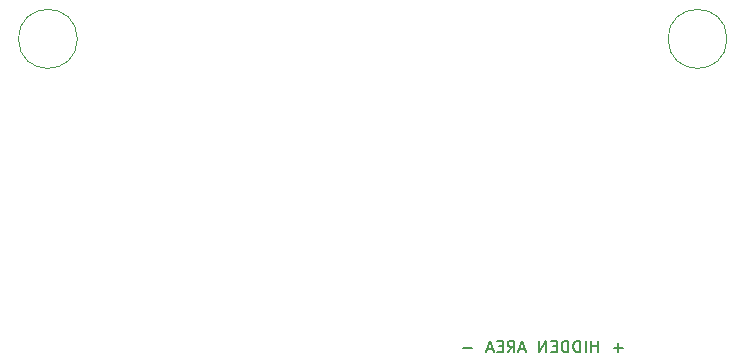
<source format=gbr>
G04 #@! TF.FileFunction,Legend,Bot*
%FSLAX46Y46*%
G04 Gerber Fmt 4.6, Leading zero omitted, Abs format (unit mm)*
G04 Created by KiCad (PCBNEW 4.0.7-e2-6376~58~ubuntu14.04.1) date Wed Aug  8 15:23:53 2018*
%MOMM*%
%LPD*%
G01*
G04 APERTURE LIST*
%ADD10C,0.100000*%
%ADD11C,0.150000*%
G04 APERTURE END LIST*
D10*
X150175000Y-64125000D02*
G75*
G03X150175000Y-64125000I-2500000J0D01*
G01*
X205175000Y-64125000D02*
G75*
G03X205175000Y-64125000I-2500000J0D01*
G01*
D11*
X194265476Y-90677381D02*
X194265476Y-89677381D01*
X194265476Y-90153571D02*
X193694047Y-90153571D01*
X193694047Y-90677381D02*
X193694047Y-89677381D01*
X193217857Y-90677381D02*
X193217857Y-89677381D01*
X192741667Y-90677381D02*
X192741667Y-89677381D01*
X192503572Y-89677381D01*
X192360714Y-89725000D01*
X192265476Y-89820238D01*
X192217857Y-89915476D01*
X192170238Y-90105952D01*
X192170238Y-90248810D01*
X192217857Y-90439286D01*
X192265476Y-90534524D01*
X192360714Y-90629762D01*
X192503572Y-90677381D01*
X192741667Y-90677381D01*
X191741667Y-90677381D02*
X191741667Y-89677381D01*
X191503572Y-89677381D01*
X191360714Y-89725000D01*
X191265476Y-89820238D01*
X191217857Y-89915476D01*
X191170238Y-90105952D01*
X191170238Y-90248810D01*
X191217857Y-90439286D01*
X191265476Y-90534524D01*
X191360714Y-90629762D01*
X191503572Y-90677381D01*
X191741667Y-90677381D01*
X190741667Y-90153571D02*
X190408333Y-90153571D01*
X190265476Y-90677381D02*
X190741667Y-90677381D01*
X190741667Y-89677381D01*
X190265476Y-89677381D01*
X189836905Y-90677381D02*
X189836905Y-89677381D01*
X189265476Y-90677381D01*
X189265476Y-89677381D01*
X188075000Y-90391667D02*
X187598809Y-90391667D01*
X188170238Y-90677381D02*
X187836905Y-89677381D01*
X187503571Y-90677381D01*
X186598809Y-90677381D02*
X186932143Y-90201190D01*
X187170238Y-90677381D02*
X187170238Y-89677381D01*
X186789285Y-89677381D01*
X186694047Y-89725000D01*
X186646428Y-89772619D01*
X186598809Y-89867857D01*
X186598809Y-90010714D01*
X186646428Y-90105952D01*
X186694047Y-90153571D01*
X186789285Y-90201190D01*
X187170238Y-90201190D01*
X186170238Y-90153571D02*
X185836904Y-90153571D01*
X185694047Y-90677381D02*
X186170238Y-90677381D01*
X186170238Y-89677381D01*
X185694047Y-89677381D01*
X185313095Y-90391667D02*
X184836904Y-90391667D01*
X185408333Y-90677381D02*
X185075000Y-89677381D01*
X184741666Y-90677381D01*
X196355952Y-90296429D02*
X195594047Y-90296429D01*
X195974999Y-90677381D02*
X195974999Y-89915476D01*
X183555952Y-90296429D02*
X182794047Y-90296429D01*
M02*

</source>
